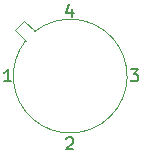
<source format=gto>
G04 #@! TF.GenerationSoftware,KiCad,Pcbnew,5.0.0-rc2*
G04 #@! TF.CreationDate,2019-07-02T00:23:35-04:00*
G04 #@! TF.ProjectId,gassensorholder,67617373656E736F72686F6C6465722E,rev?*
G04 #@! TF.SameCoordinates,Original*
G04 #@! TF.FileFunction,Legend,Top*
G04 #@! TF.FilePolarity,Positive*
%FSLAX46Y46*%
G04 Gerber Fmt 4.6, Leading zero omitted, Abs format (unit mm)*
G04 Created by KiCad (PCBNEW 5.0.0-rc2) date Tue Jul  2 00:23:35 2019*
%MOMM*%
%LPD*%
G01*
G04 APERTURE LIST*
%ADD10C,0.152400*%
%ADD11C,0.120000*%
G04 APERTURE END LIST*
D10*
X116193523Y-60282285D02*
X116193523Y-60959619D01*
X115951619Y-59895238D02*
X115709714Y-60620952D01*
X116338666Y-60620952D01*
X121161333Y-65443619D02*
X121790285Y-65443619D01*
X121451619Y-65830666D01*
X121596761Y-65830666D01*
X121693523Y-65879047D01*
X121741904Y-65927428D01*
X121790285Y-66024190D01*
X121790285Y-66266095D01*
X121741904Y-66362857D01*
X121693523Y-66411238D01*
X121596761Y-66459619D01*
X121306476Y-66459619D01*
X121209714Y-66411238D01*
X121161333Y-66362857D01*
X115709714Y-71290380D02*
X115758095Y-71242000D01*
X115854857Y-71193619D01*
X116096761Y-71193619D01*
X116193523Y-71242000D01*
X116241904Y-71290380D01*
X116290285Y-71387142D01*
X116290285Y-71483904D01*
X116241904Y-71629047D01*
X115661333Y-72209619D01*
X116290285Y-72209619D01*
X111040285Y-66459619D02*
X110459714Y-66459619D01*
X110750000Y-66459619D02*
X110750000Y-65443619D01*
X110653238Y-65588761D01*
X110556476Y-65685523D01*
X110459714Y-65733904D01*
D11*
G04 #@! TO.C,P1*
X113042916Y-62225098D02*
X112151961Y-61334144D01*
X112151961Y-61334144D02*
X111374144Y-62111961D01*
X111374144Y-62111961D02*
X112265098Y-63002916D01*
X112265326Y-63002629D02*
G75*
G03X113042916Y-62225098I3774674J-2997371D01*
G01*
G04 #@! TD*
M02*

</source>
